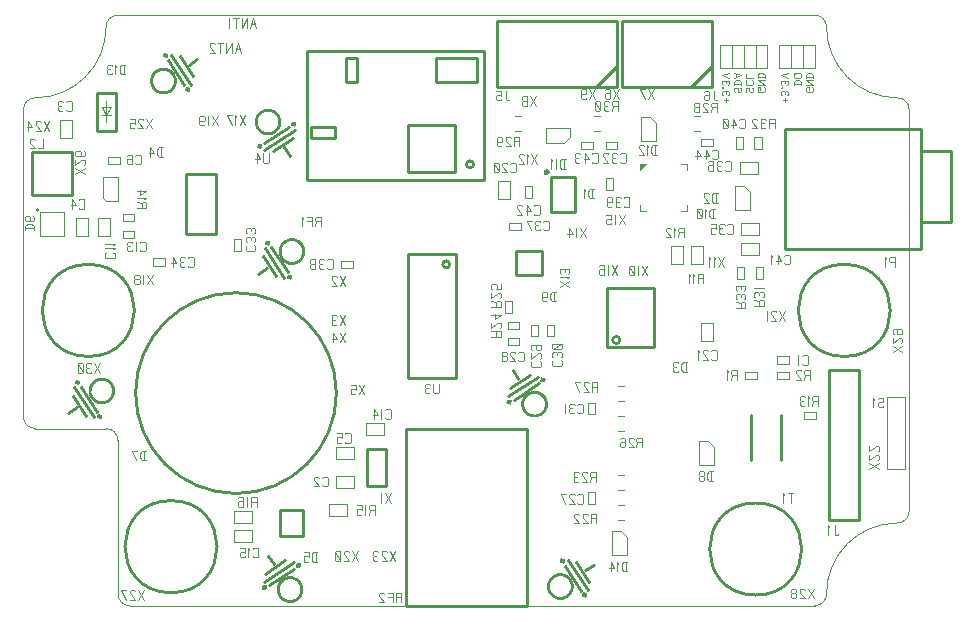
<source format=gbr>
G70*
%FSLAX54Y54*%
%ADD11C,0.0010*%
%ADD12C,0.0100*%
%ADD13C,0.0040*%
%ADD14C,0.0050*%
%ADD15C,0.0020*%
D11*
X101113Y96583D02*
X123948Y96583D01*
G75*
G03X124342Y96977I0000J0394*
G02X126704Y99339I2362J0000*
G03X127098Y99732I0000J0394*
G01X127098Y113118*
G75*
G03X126704Y113512I-0394J0000*
G02X124342Y115874I0000J2362*
G03X123948Y116268I-0394J0000*
G01X100720Y116268*
G75*
G03X100326Y115874I0000J-0394*
G02X97964Y113512I-2362J0000*
G03X97570Y113118I0000J-0394*
G01X97570Y102882*
G75*
G03X97964Y102488I0394J0000*
G01X100326Y102488*
G75*
G02X100720Y102095I0000J-0394*
G01X100720Y96977*
G75*
G03X101113Y96583I0394J0000*
G01X121979Y114496D02*
X122373Y114496D01*
X122373Y115284*
X121979Y115284*
X121979Y114496*
X121192Y114496D02*
X121586Y114496D01*
X121586Y115284*
X121192Y115284*
X121192Y114496*
X121586Y114496D02*
X121979Y114496D01*
X121979Y115284*
X121586Y115284*
X121586Y114496*
X123161Y114496D02*
X123554Y114496D01*
X123554Y115284*
X123161Y115284*
X123161Y114496*
X122767Y114496D02*
X123161Y114496D01*
X123161Y115284*
X122767Y115284*
X122767Y114496*
X123554Y114496D02*
X123948Y114496D01*
X123948Y115284*
X123554Y115284*
X123554Y114496*
X120798Y114496D02*
X121192Y114496D01*
X121192Y115284*
X120798Y115284*
X120798Y114496*
D12*
X115615Y97912D02*
X116159Y97073D01*
X116306Y97765D02*
X116600Y97955D01*
X115568Y98030D02*
G75*
G02X115513Y98114I-0027J0042D01*
G02X115568Y98030I0027J-0042*
G01X115686Y96885D02*
G75*
G02X115250Y97555I-0218J0335D01*
G02X115686Y96885I0218J-0335*
G01X116005Y98046D02*
X116440Y97375D01*
X115728Y98104D02*
X116382Y97098D01*
X116303Y96898D02*
G75*
G02X116248Y96982I-0027J0042D01*
G02X116303Y96898I0027J-0042*
G01X106376Y107695D02*
X105831Y108534D01*
X105684Y107842D02*
X105390Y107651D01*
X106423Y107576D02*
G75*
G02X106477Y107493I0027J-0042D01*
G02X106423Y107576I-0027J0042*
G01X106305Y108722D02*
G75*
G02X106740Y108051I0218J-0335D01*
G02X106305Y108722I-0218J0335*
G01X105986Y107561D02*
X105550Y108232D01*
X106262Y107502D02*
X105609Y108509D01*
X105687Y108709D02*
G75*
G02X105742Y108625I0027J-0042D01*
G02X105687Y108709I-0027J0042*
G01X100037Y103049D02*
X99492Y103888D01*
X99345Y103196D02*
X99052Y103006D01*
X100084Y102931D02*
G75*
G02X100139Y102847I0027J-0042D01*
G02X100084Y102931I-0027J0042*
G01X99966Y104076D02*
G75*
G02X100402Y103405I0218J-0335D01*
G02X99966Y104076I-0218J0335*
G01X99647Y102915D02*
X99211Y103586D01*
X99924Y102856D02*
X99270Y103863D01*
X99349Y104063D02*
G75*
G02X99403Y103979I0027J-0042D01*
G02X99349Y104063I-0027J0042*
G01X105769Y97265D02*
X106607Y97810D01*
X105916Y97957D02*
X105725Y98251D01*
X105650Y97218D02*
G75*
G02X105566Y97164I-0042J-0027D01*
G02X105650Y97218I0042J0027*
G01X106796Y97336D02*
G75*
G02X106125Y96901I-0335J-0218D01*
G02X106796Y97336I0335J0218*
G01X105635Y97655D02*
X106306Y98091D01*
X105576Y97379D02*
X106582Y98032D01*
X106782Y97954D02*
G75*
G02X106699Y97899I-0042J-0027D01*
G02X106782Y97954I0042J0027*
G01X113918Y103447D02*
X114757Y103991D01*
X114065Y104138D02*
X113875Y104432D01*
X113800Y103399D02*
G75*
G02X113716Y103345I-0042J-0027D01*
G02X113800Y103399I0042J0027*
G01X114945Y103517D02*
G75*
G02X114274Y103082I-0335J-0218D01*
G02X114945Y103517I0335J0218*
G01X113784Y103836D02*
X114455Y104272D01*
X113725Y103560D02*
X114732Y104213D01*
X114932Y104135D02*
G75*
G02X114848Y104080I-0042J-0027D01*
G02X114932Y104135I0042J0027*
G01X106419Y112554D02*
X105580Y112009D01*
X106271Y111862D02*
X106462Y111569D01*
X106537Y112601D02*
G75*
G02X106621Y112655I0042J0027D01*
G02X106537Y112601I-0042J-0027*
G01X105391Y112483D02*
G75*
G02X106062Y112919I0335J0218D01*
G02X105391Y112483I-0335J-0218*
G01X106552Y112164D02*
X105882Y111728D01*
X106611Y112440D02*
X105605Y111787D01*
X105405Y111866D02*
G75*
G02X105489Y111920I0042J0027D01*
G02X105405Y111866I-0042J-0027*
G01X102386Y114762D02*
X102931Y113923D01*
X103078Y114615D02*
X103372Y114806D01*
X102339Y114881D02*
G75*
G02X102285Y114964I-0027J0042D01*
G02X102339Y114881I0027J-0042*
G01X102457Y113735D02*
G75*
G02X102022Y114406I-0218J0335D01*
G02X102457Y113735I0218J-0335*
G01X102776Y114896D02*
X103212Y114225D01*
X102500Y114955D02*
X103153Y113948D01*
X103075Y113748D02*
G75*
G02X103020Y113832I-0027J0042D01*
G02X103075Y113748I0027J-0042*
D13*
G01X114696Y111228D02*
X114696Y111312*
X114503Y111628D01*
X114696Y111628D02*
X114503Y111312D01*
X114364Y111312D02*
X114364Y111628D01*
X114388Y111562*
X114261Y111595D02*
X114237Y111628D01*
X114116Y111628*
X114092Y111595*
X114092Y111528*
X114116Y111495*
X114261Y111312*
X114092Y111312*
X113751Y109339D02*
X114145Y109339D01*
X114145Y109103*
X113751Y109103*
X113751Y109339*
X115093Y109017D02*
X114900Y109134*
X114924Y109101D01*
X115069Y109101*
X115093Y109134*
X115093Y109384*
X115069Y109417*
X114924Y109417*
X114900Y109384*
X114803Y109384D02*
X114779Y109417D01*
X114658Y109417*
X114634Y109384*
X114634Y109301*
X114658Y109267*
X114731Y109267*
X114658Y109267*
X114634Y109234*
X114634Y109151*
X114658Y109101*
X114779Y109101*
X114803Y109134*
X114513Y109417D02*
X114344Y109417D01*
X114489Y109101*
D12*
X110326Y96583D02*
X110326Y102488D01*
X114342Y102488*
X114342Y96583*
X110326Y96583*
D13*
X110168Y96622D02*
X110168Y96706*
X110168Y97022D01*
X109999Y97022*
X109975Y96989*
X109975Y96906*
X109999Y96872*
X110168Y96872*
X110023Y96872D02*
X109999Y96872D01*
X109975Y96706*
X109878Y96706D02*
X109878Y97022D01*
X109709Y97022*
X109709Y96872D02*
X109878Y96872D01*
X109588Y96989D02*
X109564Y97022D01*
X109443Y97022*
X109419Y96989*
X109419Y96922*
X109443Y96889*
X109588Y96706*
X109419Y96706*
D12*
X125432Y99429D02*
X125432Y104429D01*
X124432Y104429*
X124432Y99429*
X125432Y99429*
D13*
X124735Y98866D02*
X124735Y98983*
X124711Y98950D01*
X124639Y98950*
X124614Y98983*
X124614Y99266*
X124403Y98950D02*
X124403Y99266D01*
X124427Y99200*
D12*
X127491Y108473D02*
X122964Y108473D01*
X122964Y112488*
X127491Y112488*
X127491Y108473*
X128475Y109378D02*
X127491Y109378D01*
X127491Y111740*
X128475Y111740*
X128475Y109378*
D13*
X126625Y107803D02*
X126625Y107887*
X126625Y108203D01*
X126456Y108203*
X126432Y108170*
X126432Y108087*
X126456Y108053*
X126625Y108053*
X126293Y107887D02*
X126293Y108203D01*
X126317Y108137*
D12*
X99735Y104890D02*
G75*
G03X99735Y107961I0000J1535D01*
G03X99735Y104890I0000J-1535*
D13*
G01X100129Y104260D02*
X100129Y104343*
X99936Y104660D01*
X100129Y104660D02*
X99936Y104343D01*
X99839Y104627D02*
X99815Y104660D01*
X99694Y104660*
X99670Y104627*
X99670Y104543*
X99694Y104510*
X99767Y104510*
X99694Y104510*
X99670Y104477*
X99670Y104393*
X99694Y104343*
X99815Y104343*
X99839Y104377*
X99380Y104377D02*
X99404Y104343D01*
X99525Y104343*
X99549Y104377*
X99549Y104627*
X99525Y104660*
X99404Y104660*
X99380Y104627*
X99380Y104377*
X99549Y104377D02*
X99380Y104627D01*
X120376Y102062D02*
X120576Y101862D01*
X120576Y101262*
X120076Y101262*
X120076Y102062*
X120376Y102062*
X120552Y100671D02*
X120552Y101071*
X120431Y101071D01*
X120382Y101038*
X120358Y100971*
X120358Y100854*
X120382Y100788*
X120431Y100754*
X120552Y100754*
X120503Y100754D02*
X120503Y101071D01*
X120262Y100788D02*
X120262Y100888D01*
X120237Y100921*
X120117Y100921*
X120092Y100954*
X120092Y101038*
X120117Y101071*
X120237Y101071*
X120262Y101038*
X120262Y100954*
X120237Y100921*
X120117Y100921*
X120092Y100888*
X120092Y100788*
X120117Y100754*
X120237Y100754*
X120262Y100788*
X119542Y108576D02*
X119542Y107976D01*
X119142Y107976*
X119142Y108576*
X119542Y108576*
X119594Y108781D02*
X119594Y108865*
X119594Y109181D01*
X119425Y109181*
X119401Y109148*
X119401Y109065*
X119425Y109031*
X119594Y109031*
X119449Y109031D02*
X119425Y109031D01*
X119401Y108865*
X119262Y108865D02*
X119262Y109181D01*
X119286Y109115*
X119159Y109148D02*
X119135Y109181D01*
X119014Y109181*
X118990Y109148*
X118990Y109081*
X119014Y109048*
X119159Y108865*
X118990Y108865*
X98909Y109693D02*
X98909Y108906D01*
X98121Y108906*
X98121Y109693*
X98909Y109693*
X98092Y109772D02*
G75*
G03X97992Y109772I-0050J0000D01*
G03X98092Y109772I0050J0000*
G01X97524Y109113D02*
X97924Y109113*
X97924Y109234D01*
X97891Y109282*
X97824Y109306*
X97708Y109306*
X97641Y109282*
X97608Y109234*
X97608Y109113*
X97608Y109161D02*
X97924Y109161D01*
X97758Y109403D02*
X97791Y109427D01*
X97791Y109548*
X97758Y109572*
X97641Y109572*
X97608Y109548*
X97608Y109427*
X97641Y109403*
X97891Y109403*
X97924Y109427*
X97924Y109548*
X97891Y109572*
X122043Y110989D02*
X121443Y110989D01*
X121443Y111389*
X122043Y111389*
X122043Y110989*
X121153Y110992D02*
X120959Y111109*
X120983Y111076D01*
X121128Y111076*
X121153Y111109*
X121153Y111359*
X121128Y111392*
X120983Y111392*
X120959Y111359*
X120863Y111359D02*
X120838Y111392D01*
X120718Y111392*
X120693Y111359*
X120693Y111276*
X120718Y111242*
X120790Y111242*
X120718Y111242*
X120693Y111209*
X120693Y111126*
X120718Y111076*
X120838Y111076*
X120863Y111109*
X120573Y111226D02*
X120549Y111259D01*
X120428Y111259*
X120404Y111226*
X120404Y111109*
X120428Y111076*
X120549Y111076*
X120573Y111109*
X120573Y111359*
X120549Y111392*
X120428Y111392*
X120404Y111359*
X122083Y108942D02*
X121483Y108942D01*
X121483Y109342*
X122083Y109342*
X122083Y108942*
X121231Y108906D02*
X121038Y109022*
X121062Y108989D01*
X121207Y108989*
X121231Y109022*
X121231Y109272*
X121207Y109306*
X121062Y109306*
X121038Y109272*
X120941Y109272D02*
X120917Y109306D01*
X120796Y109306*
X120772Y109272*
X120772Y109189*
X120796Y109156*
X120869Y109156*
X120796Y109156*
X120772Y109122*
X120772Y109039*
X120796Y108989*
X120917Y108989*
X120941Y109022*
X120651Y109022D02*
X120627Y108989D01*
X120506Y108989*
X120482Y109022*
X120482Y109139*
X120506Y109172*
X120627Y109172*
X120651Y109139*
X120651Y109306*
X120482Y109306*
X121586Y107882D02*
X121586Y107488D01*
X121349Y107488*
X121349Y107882*
X121586Y107882*
X121225Y106500D02*
X121308Y106500*
X121625Y106500D01*
X121625Y106669*
X121592Y106694*
X121508Y106694*
X121475Y106669*
X121475Y106500*
X121475Y106645D02*
X121475Y106669D01*
X121308Y106694*
X121592Y106790D02*
X121625Y106814D01*
X121625Y106935*
X121592Y106959*
X121508Y106959*
X121475Y106935*
X121475Y106863*
X121475Y106935*
X121442Y106959*
X121358Y106959*
X121308Y106935*
X121308Y106814*
X121342Y106790*
X121592Y107080D02*
X121625Y107104D01*
X121625Y107225*
X121592Y107249*
X121508Y107249*
X121475Y107225*
X121475Y107153*
X121475Y107225*
X121442Y107249*
X121358Y107249*
X121308Y107225*
X121308Y107104*
X121342Y107080*
X118121Y109929D02*
X118121Y109732D01*
X118318Y109732*
X119499Y109732D02*
X119696Y109732D01*
X119696Y109929*
X119696Y111110D02*
X119696Y111307D01*
X119499Y111307*
G36*
X118318Y111307D02*
X118121Y111307D01*
X118121Y111110*
X118318Y111307*
G37*
X118121Y111307*
X118121Y111110*
X118318Y111307*
X120618Y109411D02*
X120618Y109811*
X120497Y109811D01*
X120449Y109778*
X120424Y109711*
X120424Y109595*
X120449Y109528*
X120497Y109495*
X120618Y109495*
X120569Y109495D02*
X120569Y109811D01*
X120285Y109495D02*
X120285Y109811D01*
X120310Y109745*
X120014Y109528D02*
X120038Y109495D01*
X120159Y109495*
X120183Y109528*
X120183Y109778*
X120159Y109811*
X120038Y109811*
X120014Y109778*
X120014Y109528*
X120183Y109528D02*
X120014Y109778D01*
X117591Y103419D02*
X117391Y103419D01*
X117591Y103919D02*
X117391Y103919D01*
X116704Y103630D02*
X116704Y103713*
X116704Y104030D01*
X116535Y104030*
X116510Y103997*
X116510Y103913*
X116535Y103880*
X116704Y103880*
X116559Y103880D02*
X116535Y103880D01*
X116510Y103713*
X116414Y103997D02*
X116390Y104030D01*
X116269Y104030*
X116245Y103997*
X116245Y103930*
X116269Y103897*
X116414Y103713*
X116245Y103713*
X116124Y104030D02*
X115955Y104030D01*
X116100Y103713*
D12*
X120511Y114587D02*
X119811Y113887D01*
X120511Y116087D02*
X117511Y116087D01*
X117511Y113887*
X120511Y113887*
X120511Y116087*
D13*
X120720Y113354D02*
X120720Y113471*
X120695Y113438D01*
X120623Y113438*
X120599Y113471*
X120599Y113754*
X120430Y113588D02*
X120405Y113621D01*
X120285Y113621*
X120260Y113588*
X120260Y113471*
X120285Y113438*
X120405Y113438*
X120430Y113471*
X120430Y113721*
X120405Y113754*
X120285Y113754*
X120260Y113721*
X118447Y112888D02*
X118647Y112688D01*
X118647Y112088*
X118147Y112088*
X118147Y112888*
X118447Y112888*
X118689Y111537D02*
X118689Y111937*
X118568Y111937D01*
X118519Y111904*
X118495Y111837*
X118495Y111720*
X118519Y111654*
X118568Y111620*
X118689Y111620*
X118640Y111620D02*
X118640Y111937D01*
X118356Y111620D02*
X118356Y111937D01*
X118381Y111870*
X118254Y111904D02*
X118229Y111937D01*
X118109Y111937*
X118084Y111904*
X118084Y111837*
X118109Y111804*
X118254Y111620*
X118084Y111620*
X108307Y107167D02*
X108307Y107250*
X108114Y107567D01*
X108307Y107567D02*
X108114Y107250D01*
X108017Y107534D02*
X107993Y107567D01*
X107872Y107567*
X107848Y107534*
X107848Y107467*
X107872Y107434*
X108017Y107250*
X107848Y107250*
D12*
X117361Y114587D02*
X116661Y113887D01*
X117361Y116087D02*
X113361Y116087D01*
X113361Y113887*
X117361Y113887*
X117361Y116087*
D13*
X113790Y113354D02*
X113790Y113471*
X113766Y113438D01*
X113694Y113438*
X113670Y113471*
X113670Y113754*
X113500Y113471D02*
X113476Y113438D01*
X113355Y113438*
X113331Y113471*
X113331Y113588*
X113355Y113621*
X113476Y113621*
X113500Y113588*
X113500Y113754*
X113331Y113754*
D12*
X112924Y110756D02*
X107019Y110756D01*
X107019Y115087*
X112924Y115087*
X112924Y110756*
X111956Y111043D02*
X110381Y111043D01*
X110381Y112618*
X111956Y112618*
X111956Y111043*
X112456Y111175D02*
G75*
G03X112456Y111412I0000J0118D01*
G03X112456Y111175I0000J-0118*
G01X112706Y114043D02*
X111328Y114043D01*
X111328Y114831*
X112706Y114831*
X112706Y114043*
X108706Y114043D02*
X108328Y114043D01*
X108328Y114831*
X108706Y114831*
X108706Y114043*
X107956Y112543D02*
X107956Y112165D01*
X107168Y112165*
X107168Y112543*
X107956Y112543*
D13*
X107491Y109142D02*
X107491Y109225*
X107491Y109542D01*
X107322Y109542*
X107298Y109509*
X107298Y109425*
X107322Y109392*
X107491Y109392*
X107346Y109392D02*
X107322Y109392D01*
X107298Y109225*
X107201Y109225D02*
X107201Y109542D01*
X107032Y109542*
X107032Y109392D02*
X107201Y109392D01*
X106869Y109225D02*
X106869Y109542D01*
X106893Y109475*
X104043Y112521D02*
X104043Y112605*
X103850Y112921D01*
X104043Y112921D02*
X103850Y112605D01*
X103711Y112605D02*
X103711Y112921D01*
X103735Y112855*
X103439Y112788D02*
X103463Y112755D01*
X103596Y112755*
X103608Y112788*
X103608Y112888*
X103584Y112921*
X103463Y112921*
X103439Y112888*
X103439Y112638*
X103463Y112605*
X103584Y112605*
X103608Y112638*
X116389Y102961D02*
X116389Y103354D01*
X116625Y103354*
X116625Y102961*
X116389Y102961*
X116231Y102921D02*
X116038Y103038*
X116062Y103005D01*
X116207Y103005*
X116231Y103038*
X116231Y103288*
X116207Y103321*
X116062Y103321*
X116038Y103288*
X115941Y103288D02*
X115917Y103321D01*
X115796Y103321*
X115772Y103288*
X115772Y103205*
X115796Y103171*
X115869Y103171*
X115796Y103171*
X115772Y103138*
X115772Y103055*
X115796Y103005*
X115917Y103005*
X115941Y103038*
X115609Y103005D02*
X115609Y103321D01*
X115633Y103255*
X113794Y110741D02*
X113794Y110141D01*
X113394Y110141*
X113394Y110741*
X113794Y110741*
X113991Y110947D02*
X113798Y111063*
X113822Y111030D01*
X113967Y111030*
X113991Y111063*
X113991Y111313*
X113967Y111347*
X113822Y111347*
X113798Y111313*
X113701Y111313D02*
X113677Y111347D01*
X113556Y111347*
X113532Y111313*
X113532Y111247*
X113556Y111213*
X113701Y111030*
X113532Y111030*
X113242Y111063D02*
X113266Y111030D01*
X113387Y111030*
X113411Y111063*
X113411Y111313*
X113387Y111347*
X113266Y111347*
X113242Y111313*
X113242Y111063*
X113411Y111063D02*
X113242Y111313D01*
X98787Y112188D02*
X98787Y112788D01*
X99187Y112788*
X99187Y112188*
X98787Y112188*
X99184Y113000D02*
X98991Y113117*
X99015Y113083D01*
X99160Y113083*
X99184Y113117*
X99184Y113367*
X99160Y113400*
X99015Y113400*
X98991Y113367*
X98894Y113367D02*
X98870Y113400D01*
X98749Y113400*
X98725Y113367*
X98725Y113283*
X98749Y113250*
X98822Y113250*
X98749Y113250*
X98725Y113217*
X98725Y113133*
X98749Y113083*
X98870Y113083*
X98894Y113117*
X107979Y100917D02*
X108579Y100917D01*
X108579Y100517*
X107979Y100517*
X107979Y100917*
X107717Y100474D02*
X107524Y100591*
X107548Y100557D01*
X107693Y100557*
X107717Y100591*
X107717Y100841*
X107693Y100874*
X107548Y100874*
X107524Y100841*
X107427Y100841D02*
X107403Y100874D01*
X107282Y100874*
X107258Y100841*
X107258Y100774*
X107282Y100741*
X107427Y100557*
X107258Y100557*
X114302Y110165D02*
X114302Y110559D01*
X114538Y110559*
X114538Y110165*
X114302Y110165*
X114775Y109536D02*
X114581Y109652*
X114606Y109619D01*
X114751Y109619*
X114775Y109652*
X114775Y109902*
X114751Y109936*
X114606Y109936*
X114581Y109902*
X114364Y109619D02*
X114364Y109936D01*
X114485Y109736*
X114316Y109736*
X114195Y109902D02*
X114171Y109936D01*
X114050Y109936*
X114026Y109902*
X114026Y109836*
X114050Y109802*
X114195Y109619*
X114026Y109619*
X120211Y108576D02*
X120211Y107976D01*
X119811Y107976*
X119811Y108576*
X120211Y108576*
X120237Y107246D02*
X120237Y107329*
X120237Y107646D01*
X120067Y107646*
X120043Y107612*
X120043Y107529*
X120067Y107496*
X120237Y107496*
X120092Y107496D02*
X120067Y107496D01*
X120043Y107329*
X119904Y107329D02*
X119904Y107646D01*
X119928Y107579*
X119759Y107329D02*
X119759Y107646D01*
X119783Y107579*
X117609Y109221D02*
X117609Y109304*
X117416Y109621D01*
X117609Y109621D02*
X117416Y109304D01*
X117277Y109304D02*
X117277Y109621D01*
X117301Y109554*
X117174Y109337D02*
X117150Y109304D01*
X117029Y109304*
X117005Y109337*
X117005Y109454*
X117029Y109487*
X117150Y109487*
X117174Y109454*
X117174Y109621*
X117005Y109621*
D12*
X121834Y101423D02*
X121834Y102923D01*
X122834Y101423D02*
X122834Y102923D01*
D13*
X123239Y99929D02*
X123239Y100329*
X123046Y100329D01*
X123143Y100329D02*
X123143Y100013D01*
X122907Y100013D02*
X122907Y100329D01*
X122931Y100263*
X114657Y113158D02*
X114657Y113241*
X114463Y113558D01*
X114657Y113558D02*
X114463Y113241D01*
X114367Y113274D02*
X114367Y113374D01*
X114342Y113408*
X114222Y113408*
X114197Y113441*
X114197Y113524*
X114222Y113558*
X114342Y113558*
X114367Y113524*
X114367Y113441*
X114342Y113408*
X114222Y113408*
X114197Y113374*
X114197Y113274*
X114222Y113241*
X114342Y113241*
X114367Y113274*
X114105Y105795D02*
X113712Y105795D01*
X113712Y106032*
X114105Y106032*
X114105Y105795*
X113075Y105555D02*
X113159Y105555*
X113475Y105555D01*
X113475Y105725*
X113442Y105749*
X113359Y105749*
X113325Y105725*
X113325Y105555*
X113325Y105700D02*
X113325Y105725D01*
X113159Y105749*
X113442Y105845D02*
X113475Y105870D01*
X113475Y105990*
X113442Y106015*
X113375Y106015*
X113342Y105990*
X113159Y105845*
X113159Y106015*
X113159Y106256D02*
X113475Y106256D01*
X113275Y106135*
X113275Y106305*
X109972Y98000D02*
X109972Y98083*
X109778Y98400D01*
X109972Y98400D02*
X109778Y98083D01*
X109682Y98367D02*
X109657Y98400D01*
X109537Y98400*
X109512Y98367*
X109512Y98300*
X109537Y98267*
X109682Y98083*
X109512Y98083*
X109392Y98367D02*
X109367Y98400D01*
X109247Y98400*
X109222Y98367*
X109222Y98283*
X109247Y98250*
X109319Y98250*
X109247Y98250*
X109222Y98217*
X109222Y98133*
X109247Y98083*
X109367Y98083*
X109392Y98117*
X125680Y101150D02*
X125764Y101150*
X126080Y101343D01*
X126080Y101150D02*
X125764Y101343D01*
X126047Y101440D02*
X126080Y101464D01*
X126080Y101585*
X126047Y101609*
X125980Y101609*
X125947Y101585*
X125764Y101440*
X125764Y101609*
X126047Y101730D02*
X126080Y101754D01*
X126080Y101875*
X126047Y101899*
X125980Y101899*
X125947Y101875*
X125764Y101730*
X125764Y101899*
X108712Y98000D02*
X108712Y98083*
X108518Y98400D01*
X108712Y98400D02*
X108518Y98083D01*
X108422Y98367D02*
X108398Y98400D01*
X108277Y98400*
X108253Y98367*
X108253Y98300*
X108277Y98267*
X108422Y98083*
X108253Y98083*
X107963Y98117D02*
X107987Y98083D01*
X108108Y98083*
X108132Y98117*
X108132Y98367*
X108108Y98400*
X107987Y98400*
X107963Y98367*
X107963Y98117*
X108132Y98117D02*
X107963Y98367D01*
X121310Y111819D02*
X121310Y112213D01*
X121546Y112213*
X121546Y111819*
X121310Y111819*
X121625Y112410D02*
X121432Y112526*
X121456Y112493D01*
X121601Y112493*
X121625Y112526*
X121625Y112776*
X121601Y112810*
X121456Y112810*
X121432Y112776*
X121214Y112493D02*
X121214Y112810D01*
X121335Y112610*
X121166Y112610*
X120876Y112526D02*
X120900Y112493D01*
X121021Y112493*
X121045Y112526*
X121045Y112776*
X121021Y112810*
X120900Y112810*
X120876Y112776*
X120876Y112526*
X121045Y112526D02*
X120876Y112776D01*
X105326Y115756D02*
X105326Y115839*
X105229Y116156D01*
X105133Y115839*
X105290Y115956D02*
X105169Y115956D01*
X105036Y115839D02*
X105036Y116156D01*
X104843Y115839*
X104843Y116156*
X104746Y116156D02*
X104553Y116156D01*
X104649Y116156D02*
X104649Y115839D01*
X104414Y115839D02*
X104414Y116156D01*
X104438Y116089*
D12*
X124932Y104890D02*
G75*
G03X124932Y107961I0000J1535D01*
G03X124932Y104890I0000J-1535*
D13*
G01X126461Y105044D02*
X126545Y105044*
X126861Y105237D01*
X126861Y105044D02*
X126545Y105237D01*
X126828Y105334D02*
X126861Y105358D01*
X126861Y105479*
X126828Y105503*
X126761Y105503*
X126728Y105479*
X126545Y105334*
X126545Y105503*
X126728Y105793D02*
X126695Y105769D01*
X126695Y105636*
X126728Y105624*
X126828Y105624*
X126861Y105648*
X126861Y105769*
X126828Y105793*
X126578Y105793*
X126545Y105769*
X126545Y105648*
X126578Y105624*
X119911Y112896D02*
X120111Y112896D01*
X119911Y112396D02*
X120111Y112396D01*
X120684Y112954D02*
X120684Y113038*
X120684Y113354D01*
X120515Y113354*
X120491Y113321*
X120491Y113238*
X120515Y113204*
X120684Y113204*
X120539Y113204D02*
X120515Y113204D01*
X120491Y113038*
X120394Y113321D02*
X120370Y113354D01*
X120249Y113354*
X120225Y113321*
X120225Y113254*
X120249Y113221*
X120394Y113038*
X120225Y113038*
X120104Y113071D02*
X120104Y113171D01*
X120080Y113204*
X119959Y113204*
X119935Y113238*
X119935Y113321*
X119959Y113354*
X120080Y113354*
X120104Y113321*
X120104Y113238*
X120080Y113204*
X119959Y113204*
X119935Y113171*
X119935Y113071*
X119959Y113038*
X120080Y113038*
X120104Y113071*
D12*
X121979Y96937D02*
G75*
G03X121979Y100008I0000J1535D01*
G03X121979Y96937I0000J-1535*
D13*
G01X123909Y96740D02*
X123909Y96824*
X123715Y97140D01*
X123909Y97140D02*
X123715Y96824D01*
X123619Y97107D02*
X123594Y97140D01*
X123474Y97140*
X123449Y97107*
X123449Y97040*
X123474Y97007*
X123619Y96824*
X123449Y96824*
X123329Y96857D02*
X123329Y96957D01*
X123304Y96990*
X123184Y96990*
X123159Y97024*
X123159Y97107*
X123184Y97140*
X123304Y97140*
X123329Y97107*
X123329Y97024*
X123304Y96990*
X123184Y96990*
X123159Y96957*
X123159Y96857*
X123184Y96824*
X123304Y96824*
X123329Y96857*
D12*
X99184Y110284D02*
X97846Y110284D01*
X97846Y111701*
X99184Y111701*
X99184Y110284*
D13*
X98239Y111740D02*
X98070Y111824*
X98239Y111824D01*
X98239Y112140*
X97949Y112107D02*
X97925Y112140D01*
X97804Y112140*
X97780Y112107*
X97780Y112040*
X97804Y112007*
X97949Y111824*
X97780Y111824*
X118594Y113394D02*
X118594Y113477*
X118400Y113794D01*
X118594Y113794D02*
X118400Y113477D01*
X118304Y113794D02*
X118134Y113794D01*
X118279Y113477*
X108307Y105868D02*
X108307Y105951*
X108114Y106268D01*
X108307Y106268D02*
X108114Y105951D01*
X108017Y106235D02*
X107993Y106268D01*
X107872Y106268*
X107848Y106235*
X107848Y106151*
X107872Y106118*
X107945Y106118*
X107872Y106118*
X107848Y106085*
X107848Y106001*
X107872Y105951*
X107993Y105951*
X108017Y105985*
X115805Y112202D02*
X115605Y112002D01*
X115005Y112002*
X115005Y112502*
X115805Y112502*
X115805Y112202*
X115641Y111071D02*
X115641Y111471*
X115520Y111471D01*
X115472Y111438*
X115448Y111371*
X115448Y111254*
X115472Y111188*
X115520Y111154*
X115641Y111154*
X115593Y111154D02*
X115593Y111471D01*
X115309Y111154D02*
X115309Y111471D01*
X115333Y111404*
X115164Y111154D02*
X115164Y111471D01*
X115188Y111404*
X114735Y105953D02*
X114735Y105559D01*
X114499Y105559*
X114499Y105953*
X114735Y105953*
X114414Y104532D02*
X114531Y104725*
X114497Y104701D01*
X114497Y104556*
X114531Y104532*
X114781Y104532*
X114814Y104556*
X114814Y104701*
X114781Y104725*
X114781Y104822D02*
X114814Y104846D01*
X114814Y104967*
X114781Y104991*
X114714Y104991*
X114681Y104967*
X114497Y104822*
X114497Y104991*
X114681Y105281D02*
X114647Y105257D01*
X114647Y105124*
X114681Y105112*
X114781Y105112*
X114814Y105136*
X114814Y105257*
X114781Y105281*
X114531Y105281*
X114497Y105257*
X114497Y105136*
X114531Y105112*
X113712Y105520D02*
X114105Y105520D01*
X114105Y105284*
X113712Y105284*
X113712Y105520*
X114263Y104654D02*
X114070Y104770*
X114094Y104737D01*
X114239Y104737*
X114263Y104770*
X114263Y105020*
X114239Y105054*
X114094Y105054*
X114070Y105020*
X113973Y105020D02*
X113949Y105054D01*
X113828Y105054*
X113804Y105020*
X113804Y104954*
X113828Y104920*
X113973Y104737*
X113804Y104737*
X113683Y104770D02*
X113683Y104870D01*
X113659Y104904*
X113538Y104904*
X113514Y104937*
X113514Y105020*
X113538Y105054*
X113659Y105054*
X113683Y105020*
X113683Y104937*
X113659Y104904*
X113538Y104904*
X113514Y104870*
X113514Y104770*
X113538Y104737*
X113659Y104737*
X113683Y104770*
X120168Y112134D02*
X120562Y112134D01*
X120562Y111898*
X120168Y111898*
X120168Y112134*
X120723Y111380D02*
X120530Y111496*
X120554Y111463D01*
X120699Y111463*
X120723Y111496*
X120723Y111746*
X120699Y111780*
X120554Y111780*
X120530Y111746*
X120313Y111463D02*
X120313Y111780D01*
X120433Y111580*
X120264Y111580*
X120023Y111463D02*
X120023Y111780D01*
X120143Y111580*
X119974Y111580*
D12*
X111979Y108295D02*
X111979Y104162D01*
X110405Y104162*
X110405Y108295*
X111979Y108295*
X111783Y107961D02*
G75*
G03X111546Y107961I-0118J0000D01*
G03X111783Y107961I0118J0000*
D13*
G01X111418Y103584D02*
X111418Y103984*
X111418Y103701D01*
X111393Y103668*
X111248Y103668*
X111224Y103701*
X111224Y103984*
X111128Y103951D02*
X111104Y103984D01*
X110983Y103984*
X110959Y103951*
X110959Y103868*
X110983Y103834*
X111055Y103834*
X110983Y103834*
X110959Y103801*
X110959Y103718*
X110983Y103668*
X111104Y103668*
X111128Y103701*
X101861Y112410D02*
X101861Y112493*
X101668Y112810D01*
X101861Y112810D02*
X101668Y112493D01*
X101571Y112776D02*
X101547Y112810D01*
X101426Y112810*
X101402Y112776*
X101402Y112710*
X101426Y112676*
X101571Y112493*
X101402Y112493*
X101281Y112526D02*
X101257Y112493D01*
X101136Y112493*
X101112Y112526*
X101112Y112643*
X101136Y112676*
X101257Y112676*
X101281Y112643*
X101281Y112810*
X101112Y112810*
D12*
X113987Y107606D02*
X113987Y108394D01*
X114853Y108394*
X114853Y107606*
X113987Y107606*
D13*
X115315Y106655D02*
X115315Y107055*
X115194Y107055D01*
X115146Y107022*
X115122Y106955*
X115122Y106839*
X115146Y106772*
X115194Y106739*
X115315Y106739*
X115267Y106739D02*
X115267Y107055D01*
X114856Y106922D02*
X114880Y106889D01*
X115013Y106889*
X115025Y106922*
X115025Y107022*
X115001Y107055*
X114880Y107055*
X114856Y107022*
X114856Y106772*
X114880Y106739*
X115001Y106739*
X115025Y106772*
X123082Y104142D02*
X122688Y104142D01*
X122688Y104378*
X123082Y104378*
X123082Y104142*
X123790Y104024D02*
X123790Y104107*
X123790Y104424D01*
X123621Y104424*
X123597Y104390*
X123597Y104307*
X123621Y104274*
X123790Y104274*
X123645Y104274D02*
X123621Y104274D01*
X123597Y104107*
X123500Y104390D02*
X123476Y104424D01*
X123355Y104424*
X123331Y104390*
X123331Y104324*
X123355Y104290*
X123500Y104107*
X123331Y104107*
X122019Y104142D02*
X121625Y104142D01*
X121625Y104378*
X122019Y104378*
X122019Y104142*
X121349Y104024D02*
X121349Y104107*
X121349Y104424D01*
X121180Y104424*
X121156Y104390*
X121156Y104307*
X121180Y104274*
X121349Y104274*
X121204Y104274D02*
X121180Y104274D01*
X121156Y104107*
X121017Y104107D02*
X121017Y104424D01*
X121041Y104357*
X117373Y107528D02*
X117373Y107611*
X117180Y107928D01*
X117373Y107928D02*
X117180Y107611D01*
X117041Y107611D02*
X117041Y107928D01*
X117065Y107861*
X116938Y107761D02*
X116914Y107794D01*
X116793Y107794*
X116769Y107761*
X116769Y107644*
X116793Y107611*
X116914Y107611*
X116938Y107644*
X116938Y107894*
X116914Y107928*
X116793Y107928*
X116769Y107894*
X117591Y100427D02*
X117391Y100427D01*
X117591Y100927D02*
X117391Y100927D01*
X116664Y100638D02*
X116664Y100721*
X116664Y101038D01*
X116495Y101038*
X116471Y101005*
X116471Y100921*
X116495Y100888*
X116664Y100888*
X116519Y100888D02*
X116495Y100888D01*
X116471Y100721*
X116374Y101005D02*
X116350Y101038D01*
X116229Y101038*
X116205Y101005*
X116205Y100938*
X116229Y100905*
X116374Y100721*
X116205Y100721*
X116084Y101005D02*
X116060Y101038D01*
X115939Y101038*
X115915Y101005*
X115915Y100921*
X115939Y100888*
X116012Y100888*
X115939Y100888*
X115915Y100855*
X115915Y100771*
X115939Y100721*
X116060Y100721*
X116084Y100755*
X108307Y105277D02*
X108307Y105361*
X108114Y105677D01*
X108307Y105677D02*
X108114Y105361D01*
X107897Y105361D02*
X107897Y105677D01*
X108017Y105477*
X107848Y105477*
X115365Y107213D02*
X115449Y107213*
X115765Y107406D01*
X115765Y107213D02*
X115449Y107406D01*
X115449Y107545D02*
X115765Y107545D01*
X115699Y107521*
X115732Y107648D02*
X115765Y107672D01*
X115765Y107793*
X115732Y107817*
X115649Y107817*
X115615Y107793*
X115615Y107720*
X115615Y107793*
X115582Y107817*
X115499Y107817*
X115449Y107793*
X115449Y107672*
X115482Y107648*
X116604Y112896D02*
X116804Y112896D01*
X116604Y112396D02*
X116804Y112396D01*
X117377Y112994D02*
X117377Y113077*
X117377Y113394D01*
X117208Y113394*
X117184Y113361*
X117184Y113277*
X117208Y113244*
X117377Y113244*
X117232Y113244D02*
X117208Y113244D01*
X117184Y113077*
X117087Y113361D02*
X117063Y113394D01*
X116942Y113394*
X116918Y113361*
X116918Y113277*
X116942Y113244*
X117014Y113244*
X116942Y113244*
X116918Y113211*
X116918Y113127*
X116942Y113077*
X117063Y113077*
X117087Y113111*
X116628Y113111D02*
X116652Y113077D01*
X116773Y113077*
X116797Y113111*
X116797Y113361*
X116773Y113394*
X116652Y113394*
X116628Y113361*
X116628Y113111*
X116797Y113111D02*
X116628Y113361D01*
X121596Y110565D02*
X121796Y110365D01*
X121796Y109765*
X121296Y109765*
X121296Y110565*
X121596Y110565*
X120709Y109923D02*
X120709Y110323*
X120588Y110323D01*
X120540Y110290*
X120516Y110223*
X120516Y110106*
X120540Y110040*
X120588Y110006*
X120709Y110006*
X120661Y110006D02*
X120661Y110323D01*
X120419Y110290D02*
X120395Y110323D01*
X120274Y110323*
X120250Y110290*
X120250Y110223*
X120274Y110190*
X120419Y110006*
X120250Y110006*
X122083Y108273D02*
X121483Y108273D01*
X121483Y108673*
X122083Y108673*
X122083Y108273*
X123121Y107882D02*
X122928Y107999*
X122952Y107965D01*
X123097Y107965*
X123121Y107999*
X123121Y108249*
X123097Y108282*
X122952Y108282*
X122928Y108249*
X122710Y107965D02*
X122710Y108282D01*
X122831Y108082*
X122662Y108082*
X122499Y107965D02*
X122499Y108282D01*
X122523Y108215*
X122216Y107882D02*
X122216Y107488D01*
X121979Y107488*
X121979Y107882*
X122216Y107882*
X121855Y106567D02*
X121938Y106567*
X122255Y106567D01*
X122255Y106736*
X122222Y106760*
X122138Y106760*
X122105Y106736*
X122105Y106567*
X122105Y106712D02*
X122105Y106736D01*
X121938Y106760*
X122222Y106857D02*
X122255Y106881D01*
X122255Y107002*
X122222Y107026*
X122138Y107026*
X122105Y107002*
X122105Y106929*
X122105Y107002*
X122072Y107026*
X121988Y107026*
X121938Y107002*
X121938Y106881*
X121972Y106857*
X121938Y107189D02*
X122255Y107189D01*
X122188Y107165*
X117591Y102396D02*
X117391Y102396D01*
X117591Y102896D02*
X117391Y102896D01*
X118200Y101780D02*
X118200Y101863*
X118200Y102180D01*
X118031Y102180*
X118007Y102146*
X118007Y102063*
X118031Y102030*
X118200Y102030*
X118055Y102030D02*
X118031Y102030D01*
X118007Y101863*
X117910Y102146D02*
X117886Y102180D01*
X117765Y102180*
X117741Y102146*
X117741Y102080*
X117765Y102046*
X117910Y101863*
X117741Y101863*
X117620Y102013D02*
X117596Y102046D01*
X117475Y102046*
X117451Y102013*
X117451Y101896*
X117475Y101863*
X117596Y101863*
X117620Y101896*
X117620Y102146*
X117596Y102180*
X117475Y102180*
X117451Y102146*
X116546Y111819D02*
X116153Y111819D01*
X116153Y112055*
X116546Y112055*
X116546Y111819*
X116708Y111262D02*
X116514Y111378*
X116538Y111345D01*
X116683Y111345*
X116708Y111378*
X116708Y111628*
X116683Y111662*
X116538Y111662*
X116514Y111628*
X116297Y111345D02*
X116297Y111662D01*
X116418Y111462*
X116248Y111462*
X116128Y111628D02*
X116104Y111662D01*
X115983Y111662*
X115959Y111628*
X115959Y111545*
X115983Y111512*
X116055Y111512*
X115983Y111512*
X115959Y111478*
X115959Y111395*
X115983Y111345*
X116104Y111345*
X116128Y111378*
D12*
X102491Y97016D02*
G75*
G03X102491Y100087I0000J1535D01*
G03X102491Y97016I0000J-1535*
D13*
G01X101586Y96701D02*
X101586Y96784*
X101392Y97101D01*
X101586Y97101D02*
X101392Y96784D01*
X101296Y97068D02*
X101272Y97101D01*
X101151Y97101*
X101127Y97068*
X101127Y97001*
X101151Y96968*
X101296Y96784*
X101127Y96784*
X101006Y97101D02*
X100837Y97101D01*
X100982Y96784*
X118374Y107521D02*
X118374Y107605*
X118180Y107921D01*
X118374Y107921D02*
X118180Y107605D01*
X118041Y107605D02*
X118041Y107921D01*
X118066Y107855*
X117770Y107638D02*
X117794Y107605D01*
X117915Y107605*
X117939Y107638*
X117939Y107888*
X117915Y107921*
X117794Y107921*
X117770Y107888*
X117770Y107638*
X117939Y107638D02*
X117770Y107888D01*
X100447Y109521D02*
X100447Y108921D01*
X100047Y108921*
X100047Y109521*
X100447Y109521*
X100208Y108158D02*
X100324Y108351*
X100291Y108327D01*
X100291Y108182*
X100324Y108158*
X100574Y108158*
X100608Y108182*
X100608Y108327*
X100574Y108351*
X100291Y108490D02*
X100608Y108490D01*
X100541Y108466*
X100291Y108635D02*
X100608Y108635D01*
X100541Y108611*
D12*
X104657Y107016D02*
G75*
G03X104657Y100323I0000J-3346D01*
G03X104657Y107016I0000J3346*
D13*
G01X101654Y101340D02*
X101654Y101740*
X101533Y101740D01*
X101485Y101707*
X101461Y101640*
X101461Y101524*
X101485Y101457*
X101533Y101424*
X101654Y101424*
X101606Y101424D02*
X101606Y101740D01*
X101364Y101740D02*
X101195Y101740D01*
X101340Y101424*
X101271Y109417D02*
X100877Y109417D01*
X100877Y109654*
X101271Y109654*
X101271Y109417*
X101264Y109834D02*
X101348Y109834*
X101664Y109834D01*
X101664Y110003*
X101631Y110028*
X101548Y110028*
X101514Y110003*
X101514Y109834*
X101514Y109979D02*
X101514Y110003D01*
X101348Y110028*
X101348Y110167D02*
X101664Y110167D01*
X101598Y110142*
X101348Y110390D02*
X101664Y110390D01*
X101464Y110269*
X101464Y110438*
X117591Y99443D02*
X117391Y99443D01*
X117591Y99943D02*
X117391Y99943D01*
X116668Y99254D02*
X116668Y99337*
X116668Y99654D01*
X116499Y99654*
X116475Y99620*
X116475Y99537*
X116499Y99504*
X116668Y99504*
X116523Y99504D02*
X116499Y99504D01*
X116475Y99337*
X116378Y99620D02*
X116354Y99654D01*
X116233Y99654*
X116209Y99620*
X116209Y99554*
X116233Y99520*
X116378Y99337*
X116209Y99337*
X116088Y99620D02*
X116064Y99654D01*
X115943Y99654*
X115919Y99620*
X115919Y99554*
X115943Y99520*
X116088Y99337*
X115919Y99337*
X104593Y99106D02*
X105193Y99106D01*
X105193Y98706*
X104593Y98706*
X104593Y99106*
X105405Y98118D02*
X105211Y98235*
X105235Y98202D01*
X105380Y98202*
X105405Y98235*
X105405Y98485*
X105380Y98518*
X105235Y98518*
X105211Y98485*
X105072Y98202D02*
X105072Y98518D01*
X105097Y98452*
X104970Y98235D02*
X104945Y98202D01*
X104825Y98202*
X104800Y98235*
X104800Y98352*
X104825Y98385*
X104945Y98385*
X104970Y98352*
X104970Y98518*
X104800Y98518*
X116389Y99969D02*
X116389Y100362D01*
X116625Y100362*
X116625Y99969*
X116389Y99969*
X116231Y99890D02*
X116038Y100007*
X116062Y99973D01*
X116207Y99973*
X116231Y100007*
X116231Y100257*
X116207Y100290*
X116062Y100290*
X116038Y100257*
X115941Y100257D02*
X115917Y100290D01*
X115796Y100290*
X115772Y100257*
X115772Y100190*
X115796Y100157*
X115941Y99973*
X115772Y99973*
X115651Y100290D02*
X115482Y100290D01*
X115627Y99973*
X101878Y107206D02*
X101878Y107290*
X101684Y107606D01*
X101878Y107606D02*
X101684Y107290D01*
X101545Y107290D02*
X101545Y107606D01*
X101570Y107540*
X101443Y107323D02*
X101443Y107423D01*
X101418Y107456*
X101298Y107456*
X101273Y107490*
X101273Y107573*
X101298Y107606*
X101418Y107606*
X101443Y107573*
X101443Y107490*
X101418Y107456*
X101298Y107456*
X101273Y107423*
X101273Y107323*
X101298Y107290*
X101418Y107290*
X101443Y107323*
X104814Y114929D02*
X104814Y115013*
X104717Y115329D01*
X104621Y115013*
X104778Y115129D02*
X104657Y115129D01*
X104524Y115013D02*
X104524Y115329D01*
X104331Y115013*
X104331Y115329*
X104234Y115329D02*
X104041Y115329D01*
X104137Y115329D02*
X104137Y115013D01*
X103944Y115296D02*
X103920Y115329D01*
X103799Y115329*
X103775Y115296*
X103775Y115229*
X103799Y115196*
X103944Y115013*
X103775Y115013*
X99738Y109521D02*
X99738Y108921D01*
X99338Y108921*
X99338Y109521*
X99738Y109521*
X99607Y109726D02*
X99413Y109843*
X99437Y109809D01*
X99582Y109809*
X99607Y109843*
X99607Y110093*
X99582Y110126*
X99437Y110126*
X99413Y110093*
X99196Y109809D02*
X99196Y110126D01*
X99317Y109926*
X99147Y109926*
X100877Y109063D02*
X101271Y109063D01*
X101271Y108827*
X100877Y108827*
X100877Y109063*
X101641Y108309D02*
X101448Y108425*
X101472Y108392D01*
X101617Y108392*
X101641Y108425*
X101641Y108675*
X101617Y108709*
X101472Y108709*
X101448Y108675*
X101309Y108392D02*
X101309Y108709D01*
X101333Y108642*
X101206Y108675D02*
X101182Y108709D01*
X101061Y108709*
X101037Y108675*
X101037Y108592*
X101061Y108559*
X101134Y108559*
X101061Y108559*
X101037Y108525*
X101037Y108442*
X101061Y108392*
X101182Y108392*
X101206Y108425*
X123987Y102803D02*
X123594Y102803D01*
X123594Y103040*
X123987Y103040*
X123987Y102803*
X124066Y103158D02*
X124066Y103241*
X124066Y103558D01*
X123897Y103558*
X123873Y103524*
X123873Y103441*
X123897Y103408*
X124066Y103408*
X123921Y103408D02*
X123897Y103408D01*
X123873Y103241*
X123734Y103241D02*
X123734Y103558D01*
X123758Y103491*
X123631Y103524D02*
X123607Y103558D01*
X123486Y103558*
X123462Y103524*
X123462Y103441*
X123486Y103408*
X123559Y103408*
X123486Y103408*
X123462Y103374*
X123462Y103291*
X123486Y103241*
X123607Y103241*
X123631Y103274*
D12*
X117216Y105441D02*
G75*
G03X117452Y105441I0118J0000D01*
G03X117216Y105441I-0118J0000*
G01X117019Y105205D02*
X117019Y107173D01*
X118594Y107173*
X118594Y105205*
X117019Y105205*
D13*
X119696Y104299D02*
X119696Y104699*
X119575Y104699D01*
X119527Y104666*
X119503Y104599*
X119503Y104483*
X119527Y104416*
X119575Y104383*
X119696Y104383*
X119648Y104383D02*
X119648Y104699D01*
X119406Y104666D02*
X119382Y104699D01*
X119261Y104699*
X119237Y104666*
X119237Y104583*
X119261Y104549*
X119333Y104549*
X119261Y104549*
X119237Y104516*
X119237Y104433*
X119261Y104383*
X119382Y104383*
X119406Y104416*
X116625Y113394D02*
X116625Y113477*
X116432Y113794D01*
X116625Y113794D02*
X116432Y113477D01*
X116166Y113661D02*
X116190Y113627D01*
X116323Y113627*
X116335Y113661*
X116335Y113761*
X116311Y113794*
X116190Y113794*
X116166Y113761*
X116166Y113511*
X116190Y113477*
X116311Y113477*
X116335Y113511*
X113633Y106347D02*
X113633Y106740D01*
X113869Y106740*
X113869Y106347*
X113633Y106347*
X113082Y106543D02*
X113165Y106543*
X113482Y106543D01*
X113482Y106713*
X113448Y106737*
X113365Y106737*
X113332Y106713*
X113332Y106543*
X113332Y106688D02*
X113332Y106713D01*
X113165Y106737*
X113448Y106833D02*
X113482Y106858D01*
X113482Y106978*
X113448Y107003*
X113382Y107003*
X113348Y106978*
X113165Y106833*
X113165Y107003*
X113198Y107123D02*
X113165Y107148D01*
X113165Y107268*
X113198Y107293*
X113315Y107293*
X113348Y107268*
X113348Y107148*
X113315Y107123*
X113482Y107123*
X113482Y107293*
X100405Y111543D02*
X100798Y111543D01*
X100798Y111307*
X100405Y111307*
X100405Y111543*
X101496Y111222D02*
X101303Y111339*
X101327Y111306D01*
X101472Y111306*
X101496Y111339*
X101496Y111589*
X101472Y111622*
X101327Y111622*
X101303Y111589*
X101206Y111456D02*
X101182Y111489D01*
X101061Y111489*
X101037Y111456*
X101037Y111339*
X101061Y111306*
X101182Y111306*
X101206Y111339*
X101206Y111589*
X101182Y111622*
X101061Y111622*
X101037Y111589*
X104828Y108810D02*
X104828Y108416D01*
X104592Y108416*
X104592Y108810*
X104828Y108810*
X104907Y108416D02*
X105023Y108609*
X104990Y108585D01*
X104990Y108440*
X105023Y108416*
X105273Y108416*
X105307Y108440*
X105307Y108585*
X105273Y108609*
X105273Y108706D02*
X105307Y108730D01*
X105307Y108851*
X105273Y108875*
X105190Y108875*
X105157Y108851*
X105157Y108778*
X105157Y108851*
X105123Y108875*
X105040Y108875*
X104990Y108851*
X104990Y108730*
X105023Y108706*
X105273Y108996D02*
X105307Y109020D01*
X105307Y109141*
X105273Y109165*
X105190Y109165*
X105157Y109141*
X105157Y109068*
X105157Y109141*
X105123Y109165*
X105040Y109165*
X104990Y109141*
X104990Y109020*
X105023Y108996*
X104593Y99736D02*
X105193Y99736D01*
X105193Y99336*
X104593Y99336*
X104593Y99736*
X105342Y99805D02*
X105342Y99888*
X105342Y100205D01*
X105173Y100205*
X105149Y100172*
X105149Y100088*
X105173Y100055*
X105342Y100055*
X105197Y100055D02*
X105173Y100055D01*
X105149Y99888*
X105010Y99888D02*
X105010Y100205D01*
X105034Y100138*
X104907Y100038D02*
X104883Y100072D01*
X104762Y100072*
X104738Y100038*
X104738Y99922*
X104762Y99888*
X104883Y99888*
X104907Y99922*
X104907Y100172*
X104883Y100205*
X104762Y100205*
X104738Y100172*
X122964Y105992D02*
X122964Y106076*
X122770Y106392D01*
X122964Y106392D02*
X122770Y106076D01*
X122674Y106359D02*
X122650Y106392D01*
X122529Y106392*
X122505Y106359*
X122505Y106292*
X122529Y106259*
X122674Y106076*
X122505Y106076*
X122341Y106076D02*
X122341Y106392D01*
X122366Y106326*
X101901Y108158D02*
X102294Y108158D01*
X102294Y107921*
X101901Y107921*
X101901Y108158*
X103243Y107797D02*
X103050Y107914*
X103074Y107880D01*
X103219Y107880*
X103243Y107914*
X103243Y108164*
X103219Y108197*
X103074Y108197*
X103050Y108164*
X102953Y108164D02*
X102929Y108197D01*
X102808Y108197*
X102784Y108164*
X102784Y108080*
X102808Y108047*
X102881Y108047*
X102808Y108047*
X102784Y108014*
X102784Y107930*
X102808Y107880*
X102929Y107880*
X102953Y107914*
X102542Y107880D02*
X102542Y108197D01*
X102663Y107997*
X102494Y107997*
X120916Y107803D02*
X120916Y107887*
X120723Y108203D01*
X120916Y108203D02*
X120723Y107887D01*
X120584Y107887D02*
X120584Y108203D01*
X120608Y108137*
X120439Y107887D02*
X120439Y108203D01*
X120463Y108137*
X117412Y113394D02*
X117412Y113477*
X117219Y113794D01*
X117412Y113794D02*
X117219Y113477D01*
X117123Y113627D02*
X117098Y113661D01*
X116978Y113661*
X116953Y113627*
X116953Y113511*
X116978Y113477*
X117098Y113477*
X117123Y113511*
X117123Y113761*
X117098Y113794*
X116978Y113794*
X116953Y113761*
X117373Y111819D02*
X116979Y111819D01*
X116979Y112055*
X117373Y112055*
X117373Y111819*
X117649Y111268D02*
X117455Y111385*
X117480Y111351D01*
X117625Y111351*
X117649Y111385*
X117649Y111635*
X117625Y111668*
X117480Y111668*
X117455Y111635*
X117359Y111635D02*
X117335Y111668D01*
X117214Y111668*
X117190Y111635*
X117190Y111551*
X117214Y111518*
X117286Y111518*
X117214Y111518*
X117190Y111485*
X117190Y111401*
X117214Y111351*
X117335Y111351*
X117359Y111385*
X117069Y111635D02*
X117045Y111668D01*
X116924Y111668*
X116900Y111635*
X116900Y111568*
X116924Y111535*
X117069Y111351*
X116900Y111351*
X120165Y105417D02*
X120165Y106017D01*
X120565Y106017*
X120565Y105417*
X120165Y105417*
X120680Y104693D02*
X120487Y104810*
X120511Y104776D01*
X120656Y104776*
X120680Y104810*
X120680Y105060*
X120656Y105093*
X120511Y105093*
X120487Y105060*
X120390Y105060D02*
X120366Y105093D01*
X120245Y105093*
X120221Y105060*
X120221Y104993*
X120245Y104960*
X120390Y104776*
X120221Y104776*
X120058Y104776D02*
X120058Y105093D01*
X120082Y105026*
X121940Y111819D02*
X121940Y112213D01*
X122176Y112213*
X122176Y111819*
X121940Y111819*
X122609Y112410D02*
X122609Y112493*
X122609Y112810D01*
X122440Y112810*
X122416Y112776*
X122416Y112693*
X122440Y112660*
X122609Y112660*
X122464Y112660D02*
X122440Y112660D01*
X122416Y112493*
X122319Y112776D02*
X122295Y112810D01*
X122174Y112810*
X122150Y112776*
X122150Y112693*
X122174Y112660*
X122247Y112660*
X122174Y112660*
X122150Y112626*
X122150Y112543*
X122174Y112493*
X122295Y112493*
X122319Y112526*
X122029Y112776D02*
X122005Y112810D01*
X121884Y112810*
X121860Y112776*
X121860Y112710*
X121884Y112676*
X122029Y112493*
X121860Y112493*
X116979Y110441D02*
X116979Y110835D01*
X117216Y110835*
X117216Y110441*
X116979Y110441*
X117771Y109805D02*
X117577Y109922*
X117601Y109888D01*
X117746Y109888*
X117771Y109922*
X117771Y110172*
X117746Y110205*
X117601Y110205*
X117577Y110172*
X117481Y110172D02*
X117456Y110205D01*
X117336Y110205*
X117311Y110172*
X117311Y110088*
X117336Y110055*
X117408Y110055*
X117336Y110055*
X117311Y110022*
X117311Y109938*
X117336Y109888*
X117456Y109888*
X117481Y109922*
X117021Y110072D02*
X117046Y110038D01*
X117179Y110038*
X117191Y110072*
X117191Y110172*
X117166Y110205*
X117046Y110205*
X117021Y110172*
X117021Y109922*
X117046Y109888*
X117166Y109888*
X117191Y109922*
X108554Y107843D02*
X108161Y107843D01*
X108161Y108079*
X108554Y108079*
X108554Y107843*
X107885Y107725D02*
X107692Y107841*
X107716Y107808D01*
X107861Y107808*
X107885Y107841*
X107885Y108091*
X107861Y108125*
X107716Y108125*
X107692Y108091*
X107595Y108091D02*
X107571Y108125D01*
X107450Y108125*
X107426Y108091*
X107426Y108008*
X107450Y107975*
X107522Y107975*
X107450Y107975*
X107426Y107941*
X107426Y107858*
X107450Y107808*
X107571Y107808*
X107595Y107841*
X107305Y107841D02*
X107305Y107941D01*
X107281Y107975*
X107160Y107975*
X107136Y108008*
X107136Y108091*
X107160Y108125*
X107281Y108125*
X107305Y108091*
X107305Y108008*
X107281Y107975*
X107160Y107975*
X107136Y107941*
X107136Y107841*
X107160Y107808*
X107281Y107808*
X107305Y107841*
X108937Y103545D02*
X108937Y103628*
X108744Y103945D01*
X108937Y103945D02*
X108744Y103628D01*
X108647Y103662D02*
X108623Y103628D01*
X108502Y103628*
X108478Y103662*
X108478Y103778*
X108502Y103812*
X108623Y103812*
X108647Y103778*
X108647Y103945*
X108478Y103945*
X98436Y112331D02*
X98436Y112414*
X98243Y112731D01*
X98436Y112731D02*
X98243Y112414D01*
X98146Y112698D02*
X98122Y112731D01*
X98001Y112731*
X97977Y112698*
X97977Y112631*
X98001Y112598*
X98146Y112414*
X97977Y112414*
X97735Y112414D02*
X97735Y112731D01*
X97856Y112531*
X97687Y112531*
X104972Y112528D02*
X104972Y112611*
X104778Y112928D01*
X104972Y112928D02*
X104778Y112611D01*
X104639Y112611D02*
X104639Y112928D01*
X104663Y112861*
X104537Y112928D02*
X104367Y112928D01*
X104512Y112611*
X116310Y108788D02*
X116310Y108871*
X116117Y109188D01*
X116310Y109188D02*
X116117Y108871D01*
X115978Y108871D02*
X115978Y109188D01*
X116002Y109121*
X115754Y108871D02*
X115754Y109188D01*
X115875Y108988*
X115706Y108988*
X100333Y110080D02*
X100233Y110180D01*
X100233Y110880*
X100733Y110880*
X100733Y110080*
X100333Y110080*
X102216Y111465D02*
X102216Y111865*
X102095Y111865D01*
X102046Y111831*
X102022Y111765*
X102022Y111648*
X102046Y111581*
X102095Y111548*
X102216Y111548*
X102167Y111548D02*
X102167Y111865D01*
X101805Y111548D02*
X101805Y111865D01*
X101926Y111665*
X101756Y111665*
X115247Y105953D02*
X115247Y105559D01*
X115011Y105559*
X115011Y105953*
X115247Y105953*
X115123Y104571D02*
X115239Y104764*
X115206Y104740D01*
X115206Y104595*
X115239Y104571*
X115489Y104571*
X115523Y104595*
X115523Y104740*
X115489Y104764*
X115489Y104861D02*
X115523Y104885D01*
X115523Y105006*
X115489Y105030*
X115406Y105030*
X115373Y105006*
X115373Y104934*
X115373Y105006*
X115339Y105030*
X115256Y105030*
X115206Y105006*
X115206Y104885*
X115239Y104861*
X115239Y105320D02*
X115206Y105296D01*
X115206Y105175*
X115239Y105151*
X115489Y105151*
X115523Y105175*
X115523Y105296*
X115489Y105320*
X115239Y105320*
X115239Y105151D02*
X115489Y105320D01*
X107742Y99972D02*
X108342Y99972D01*
X108342Y99572*
X107742Y99572*
X107742Y99972*
X109279Y99529D02*
X109279Y99613*
X109279Y99929D01*
X109110Y99929*
X109086Y99896*
X109086Y99813*
X109110Y99779*
X109279Y99779*
X109134Y99779D02*
X109110Y99779D01*
X109086Y99613*
X108947Y99613D02*
X108947Y99929D01*
X108971Y99863*
X108844Y99646D02*
X108820Y99613D01*
X108699Y99613*
X108675Y99646*
X108675Y99763*
X108699Y99796*
X108820Y99796*
X108844Y99763*
X108844Y99929*
X108675Y99929*
X117502Y99069D02*
X117702Y98869D01*
X117702Y98269*
X117202Y98269*
X117202Y99069*
X117502Y99069*
X117704Y97640D02*
X117704Y98040*
X117584Y98040D01*
X117535Y98006*
X117511Y97940*
X117511Y97823*
X117535Y97756*
X117584Y97723*
X117704Y97723*
X117656Y97723D02*
X117656Y98040D01*
X117372Y97723D02*
X117372Y98040D01*
X117396Y97973*
X117149Y97723D02*
X117149Y98040D01*
X117269Y97840*
X117100Y97840*
D12*
X115956Y110874D02*
X115956Y109693D01*
X115168Y109693*
X115168Y110874*
X115956Y110874*
D14*
G36*
X115011Y111104D02*
G75*
G03X115011Y110959I0000J-0073D01*
G03X115011Y111104I0000J0073*
G37*
G03X115011Y110959I0000J-0073*
G03X115011Y111104I0000J0073*
D13*
G01X116588Y110080D02*
X116588Y110480*
X116467Y110480D01*
X116418Y110447*
X116394Y110380*
X116394Y110264*
X116418Y110197*
X116467Y110164*
X116588Y110164*
X116539Y110164D02*
X116539Y110480D01*
X116255Y110164D02*
X116255Y110480D01*
X116280Y110414*
D12*
X102975Y108969D02*
X102975Y110969D01*
X103975Y110969*
X103975Y108969*
X102975Y108969*
D13*
X105759Y111268D02*
X105759Y111668*
X105759Y111385D01*
X105735Y111351*
X105590Y111351*
X105566Y111385*
X105566Y111668*
X105348Y111351D02*
X105348Y111668D01*
X105469Y111468*
X105300Y111468*
X126964Y103531D02*
X126964Y101131D01*
X126364Y101131*
X126364Y103531*
X126964Y103531*
X126233Y103112D02*
X126233Y103229*
X126209Y103195D01*
X126088Y103195*
X126064Y103229*
X126064Y103329*
X126088Y103362*
X126209Y103362*
X126233Y103395*
X126233Y103479*
X126209Y103512*
X126088Y103512*
X126064Y103479*
X125901Y103195D02*
X125901Y103512D01*
X125925Y103445*
X107979Y101862D02*
X108579Y101862D01*
X108579Y101462*
X107979Y101462*
X107979Y101862*
X108475Y101937D02*
X108282Y102054*
X108306Y102020D01*
X108451Y102020*
X108475Y102054*
X108475Y102304*
X108451Y102337*
X108306Y102337*
X108282Y102304*
X108185Y102054D02*
X108161Y102020D01*
X108040Y102020*
X108016Y102054*
X108016Y102170*
X108040Y102204*
X108161Y102204*
X108185Y102170*
X108185Y102337*
X108016Y102337*
X122688Y104890D02*
X123082Y104890D01*
X123082Y104654*
X122688Y104654*
X122688Y104890*
X123714Y104529D02*
X123520Y104646*
X123544Y104613D01*
X123689Y104613*
X123714Y104646*
X123714Y104896*
X123689Y104929*
X123544Y104929*
X123520Y104896*
X123381Y104613D02*
X123381Y104929D01*
X123405Y104863*
D12*
X100641Y113669D02*
X100641Y112410D01*
X100011Y112410*
X100011Y113669*
X100641Y113669*
D13*
X100326Y113390D02*
X100326Y112690D01*
X100176Y113190D02*
X100476Y113190D01*
X100326Y112940*
X100176Y113190*
X100176Y112940D02*
X100476Y112940D01*
X100972Y114214D02*
X100972Y114614*
X100851Y114614D01*
X100803Y114581*
X100779Y114514*
X100779Y114398*
X100803Y114331*
X100851Y114298*
X100972Y114298*
X100924Y114298D02*
X100924Y114614D01*
X100640Y114298D02*
X100640Y114614D01*
X100664Y114548*
X100537Y114581D02*
X100513Y114614D01*
X100392Y114614*
X100368Y114581*
X100368Y114498*
X100392Y114464*
X100465Y114464*
X100392Y114464*
X100368Y114431*
X100368Y114348*
X100392Y114298*
X100513Y114298*
X100537Y114331*
D12*
X106113Y99772D02*
X106901Y99772D01*
X106901Y98906*
X106113Y98906*
X106113Y99772*
D13*
X107373Y97961D02*
X107373Y98361*
X107252Y98361D01*
X107204Y98327*
X107180Y98261*
X107180Y98144*
X107204Y98077*
X107252Y98044*
X107373Y98044*
X107325Y98044D02*
X107325Y98361D01*
X107083Y98077D02*
X107059Y98044D01*
X106938Y98044*
X106914Y98077*
X106914Y98194*
X106938Y98227*
X107059Y98227*
X107083Y98194*
X107083Y98361*
X106914Y98361*
D12*
X109027Y100559D02*
X109027Y101819D01*
X109657Y101819*
X109657Y100559*
X109027Y100559*
D13*
X109814Y99929D02*
X109814Y100013*
X109621Y100329D01*
X109814Y100329D02*
X109621Y100013D01*
X109482Y100013D02*
X109482Y100329D01*
X109506Y100263*
X109602Y102288D02*
X109002Y102288D01*
X109002Y102688*
X109602Y102688*
X109602Y102288*
X109814Y102725D02*
X109621Y102841*
X109645Y102808D01*
X109790Y102808*
X109814Y102841*
X109814Y103091*
X109790Y103125*
X109645Y103125*
X109621Y103091*
X109482Y102808D02*
X109482Y103125D01*
X109506Y103058*
X109258Y102808D02*
X109258Y103125D01*
X109379Y102925*
X109210Y102925*
X99217Y110988D02*
X99301Y110988*
X99617Y111182D01*
X99617Y110988D02*
X99301Y111182D01*
X99584Y111278D02*
X99617Y111303D01*
X99617Y111423*
X99584Y111448*
X99517Y111448*
X99484Y111423*
X99301Y111278*
X99301Y111448*
X99451Y111568D02*
X99484Y111593D01*
X99484Y111713*
X99451Y111738*
X99334Y111738*
X99301Y111713*
X99301Y111593*
X99334Y111568*
X99584Y111568*
X99617Y111593*
X99617Y111713*
X99584Y111738*
X114166Y112396D02*
X113966Y112396D01*
X114166Y112896D02*
X113966Y112896D01*
X114105Y111819D02*
X114105Y111902*
X114105Y112219D01*
X113936Y112219*
X113912Y112186*
X113912Y112102*
X113936Y112069*
X114105Y112069*
X113960Y112069D02*
X113936Y112069D01*
X113912Y111902*
X113815Y112186D02*
X113791Y112219D01*
X113670Y112219*
X113646Y112186*
X113646Y112119*
X113670Y112086*
X113815Y111902*
X113646Y111902*
X113356Y112086D02*
X113380Y112052D01*
X113513Y112052*
X113525Y112086*
X113525Y112186*
X113501Y112219*
X113380Y112219*
X113356Y112186*
X113356Y111936*
X113380Y111902*
X113501Y111902*
X113525Y111936*
D15*
X121979Y113709D02*
X122139Y113788*
X122139Y113866D01*
X122066Y113866*
X122041Y113847*
X122041Y113728*
X122066Y113709*
X122250Y113709*
X122275Y113728*
X122275Y113847*
X122250Y113866*
X122041Y113945D02*
X122275Y113945D01*
X122041Y114103*
X122275Y114103*
X122275Y114181D02*
X122275Y114280D01*
X122250Y114319*
X122201Y114339*
X122115Y114339*
X122066Y114319*
X122041Y114280*
X122041Y114181*
X122041Y114221D02*
X122275Y114221D01*
X123594Y113709D02*
X123754Y113788*
X123754Y113866D01*
X123680Y113866*
X123655Y113847*
X123655Y113728*
X123680Y113709*
X123864Y113709*
X123889Y113728*
X123889Y113847*
X123864Y113866*
X123655Y113945D02*
X123889Y113945D01*
X123655Y114103*
X123889Y114103*
X123889Y114181D02*
X123889Y114280D01*
X123864Y114319*
X123815Y114339*
X123729Y114339*
X123680Y114319*
X123655Y114280*
X123655Y114181*
X123655Y114221D02*
X123889Y114221D01*
X123200Y113945D02*
X123495Y113945*
X123495Y114043D01*
X123471Y114083*
X123421Y114103*
X123335Y114103*
X123286Y114083*
X123261Y114043*
X123261Y113945*
X123261Y113984D02*
X123495Y113984D01*
X123311Y114339D02*
X123261Y114309D01*
X123261Y114211*
X123298Y114181*
X123458Y114181*
X123495Y114211*
X123495Y114309*
X123458Y114339*
X123298Y114339*
X123286Y114299D02*
X123249Y114339D01*
X122767Y113354D02*
X122951Y113374*
X122951Y113492D01*
X122878Y113433D02*
X123025Y113433D01*
X123037Y113591D02*
X123062Y113610D01*
X123062Y113709*
X123037Y113728*
X122976Y113728*
X122951Y113709*
X122951Y113650*
X122951Y113709*
X122927Y113728*
X122865Y113728*
X122828Y113709*
X122828Y113610*
X122853Y113591*
X122853Y113856D02*
X122853Y113852D01*
X122865Y113852*
X122865Y113856*
X122853Y113856*
X122841Y113856*
X122816Y113847*
X123037Y113945D02*
X123062Y113965D01*
X123062Y114063*
X123037Y114083*
X122976Y114083*
X122951Y114063*
X122951Y114004*
X122951Y114063*
X122927Y114083*
X122865Y114083*
X122828Y114063*
X122828Y113965*
X122853Y113945*
X123062Y114181D02*
X122828Y114260D01*
X123062Y114339*
X121586Y113709D02*
X121672Y113709*
X121647Y113728D01*
X121647Y113827*
X121672Y113847*
X121746Y113847*
X121770Y113827*
X121770Y113728*
X121795Y113709*
X121856Y113709*
X121881Y113728*
X121881Y113827*
X121856Y113847*
X121672Y114103D02*
X121647Y114083D01*
X121647Y113965*
X121672Y113945*
X121856Y113945*
X121881Y113965*
X121881Y114083*
X121856Y114103*
X121647Y114319D02*
X121647Y114181D01*
X121881Y114181*
X121192Y113709D02*
X121278Y113709*
X121254Y113728D01*
X121254Y113827*
X121278Y113847*
X121352Y113847*
X121377Y113827*
X121377Y113728*
X121401Y113709*
X121463Y113709*
X121487Y113728*
X121487Y113827*
X121463Y113847*
X121487Y113945D02*
X121487Y114043D01*
X121463Y114083*
X121413Y114103*
X121327Y114103*
X121278Y114083*
X121254Y114043*
X121254Y113945*
X121254Y113984D02*
X121487Y113984D01*
X121254Y114181D02*
X121487Y114260D01*
X121254Y114339*
X121340Y114211D02*
X121340Y114309D01*
X120798Y113354D02*
X120983Y113374*
X120983Y113492D01*
X120909Y113433D02*
X121057Y113433D01*
X121069Y113591D02*
X121094Y113610D01*
X121094Y113709*
X121069Y113728*
X121007Y113728*
X120983Y113709*
X120983Y113650*
X120983Y113709*
X120958Y113728*
X120897Y113728*
X120860Y113709*
X120860Y113610*
X120884Y113591*
X120884Y113856D02*
X120884Y113852D01*
X120897Y113852*
X120897Y113856*
X120884Y113856*
X120872Y113856*
X120848Y113847*
X121069Y113945D02*
X121094Y113965D01*
X121094Y114063*
X121069Y114083*
X121007Y114083*
X120983Y114063*
X120983Y114004*
X120983Y114063*
X120958Y114083*
X120897Y114083*
X120860Y114063*
X120860Y113965*
X120884Y113945*
X121094Y114181D02*
X120860Y114260D01*
X121094Y114339*
M02*

</source>
